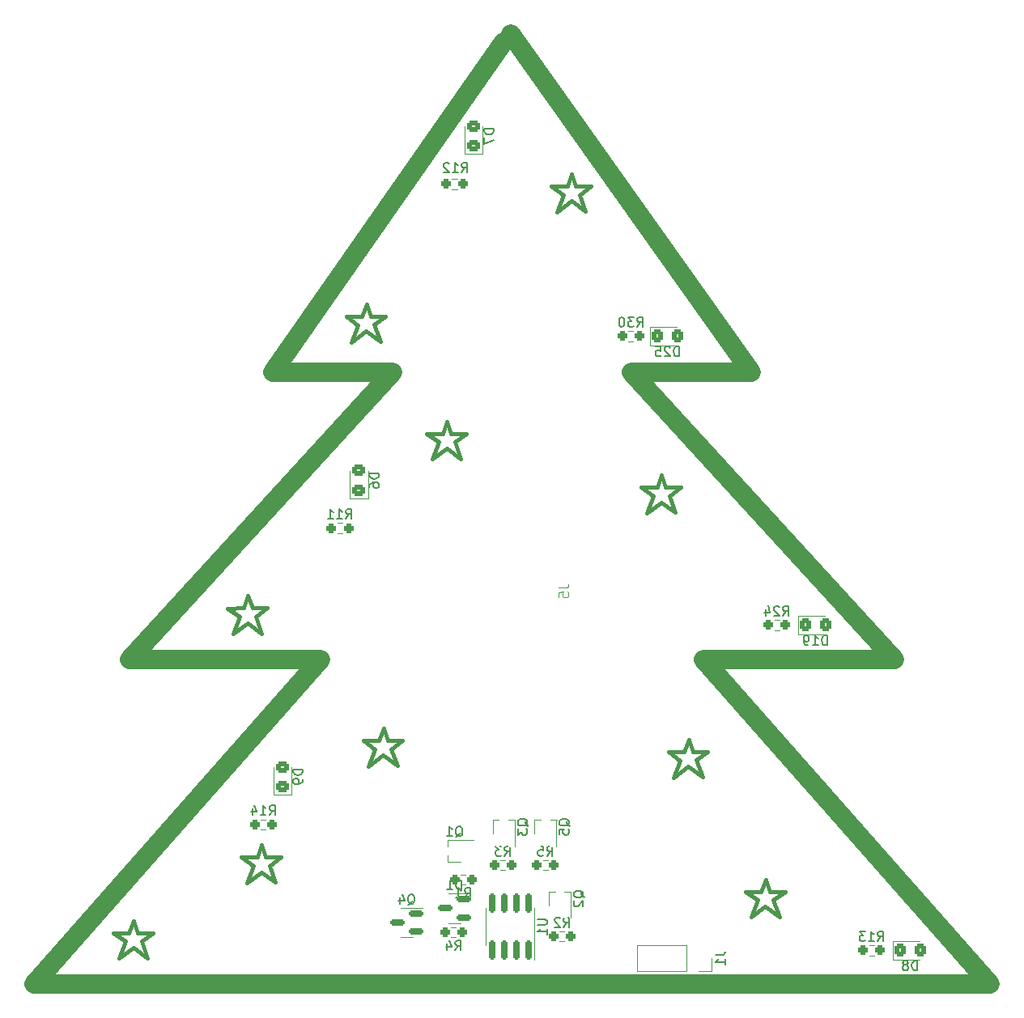
<source format=gbo>
%TF.GenerationSoftware,KiCad,Pcbnew,7.0.8*%
%TF.CreationDate,2024-03-10T12:53:15+01:00*%
%TF.ProjectId,PCB_Christmas_Tree,5043425f-4368-4726-9973-746d61735f54,rev?*%
%TF.SameCoordinates,Original*%
%TF.FileFunction,Legend,Bot*%
%TF.FilePolarity,Positive*%
%FSLAX46Y46*%
G04 Gerber Fmt 4.6, Leading zero omitted, Abs format (unit mm)*
G04 Created by KiCad (PCBNEW 7.0.8) date 2024-03-10 12:53:15*
%MOMM*%
%LPD*%
G01*
G04 APERTURE LIST*
G04 Aperture macros list*
%AMRoundRect*
0 Rectangle with rounded corners*
0 $1 Rounding radius*
0 $2 $3 $4 $5 $6 $7 $8 $9 X,Y pos of 4 corners*
0 Add a 4 corners polygon primitive as box body*
4,1,4,$2,$3,$4,$5,$6,$7,$8,$9,$2,$3,0*
0 Add four circle primitives for the rounded corners*
1,1,$1+$1,$2,$3*
1,1,$1+$1,$4,$5*
1,1,$1+$1,$6,$7*
1,1,$1+$1,$8,$9*
0 Add four rect primitives between the rounded corners*
20,1,$1+$1,$2,$3,$4,$5,0*
20,1,$1+$1,$4,$5,$6,$7,0*
20,1,$1+$1,$6,$7,$8,$9,0*
20,1,$1+$1,$8,$9,$2,$3,0*%
G04 Aperture macros list end*
%ADD10C,0.400000*%
%ADD11C,2.000000*%
%ADD12C,0.150000*%
%ADD13C,0.100000*%
%ADD14C,0.120000*%
%ADD15C,3.000000*%
%ADD16RoundRect,0.237500X0.250000X0.237500X-0.250000X0.237500X-0.250000X-0.237500X0.250000X-0.237500X0*%
%ADD17RoundRect,0.250000X-0.325000X-0.450000X0.325000X-0.450000X0.325000X0.450000X-0.325000X0.450000X0*%
%ADD18RoundRect,0.237500X-0.250000X-0.237500X0.250000X-0.237500X0.250000X0.237500X-0.250000X0.237500X0*%
%ADD19R,0.450000X1.500000*%
%ADD20RoundRect,0.250000X0.450000X-0.325000X0.450000X0.325000X-0.450000X0.325000X-0.450000X-0.325000X0*%
%ADD21R,1.500000X0.450000*%
%ADD22RoundRect,0.150000X0.587500X0.150000X-0.587500X0.150000X-0.587500X-0.150000X0.587500X-0.150000X0*%
%ADD23R,3.000000X2.000000*%
%ADD24R,1.700000X1.700000*%
%ADD25O,1.700000X1.700000*%
%ADD26RoundRect,0.150000X0.150000X-0.825000X0.150000X0.825000X-0.150000X0.825000X-0.150000X-0.825000X0*%
G04 APERTURE END LIST*
D10*
X122500000Y-133570000D02*
X120990000Y-134700000D01*
X113660000Y-89740000D02*
X112090000Y-89730000D01*
X102210000Y-59780000D02*
X103680000Y-60860000D01*
X70630000Y-129320000D02*
X71830000Y-128430000D01*
X111640000Y-88470000D02*
X112090000Y-89730000D01*
D11*
X76010000Y-107720000D02*
X46010000Y-141720000D01*
D10*
X54310000Y-136360000D02*
X55560000Y-137250000D01*
D11*
X146010000Y-141720000D02*
X46010000Y-141720000D01*
D10*
X112460000Y-90630000D02*
X113080000Y-92370000D01*
X81600000Y-72730000D02*
X82220000Y-74470000D01*
X83380000Y-117120000D02*
X84580000Y-116230000D01*
X114440000Y-118950000D02*
X112930000Y-120080000D01*
X68400000Y-101100000D02*
X67940000Y-102360000D01*
X102240000Y-56960000D02*
X101780000Y-58220000D01*
X71830000Y-128430000D02*
X70260000Y-128420000D01*
X87090000Y-84110000D02*
X88340000Y-85000000D01*
X113610000Y-118300000D02*
X112930000Y-120080000D01*
X102210000Y-59780000D02*
X100700000Y-60910000D01*
X80450000Y-116240000D02*
X82100000Y-116220000D01*
X116490000Y-117400000D02*
X114920000Y-117390000D01*
X55560000Y-137250000D02*
X54880000Y-139030000D01*
X110780000Y-90640000D02*
X110100000Y-92420000D01*
X82560000Y-114960000D02*
X83010000Y-116220000D01*
X67700000Y-128440000D02*
X68950000Y-129330000D01*
X69810000Y-127160000D02*
X70260000Y-128420000D01*
X89200000Y-82830000D02*
X89650000Y-84090000D01*
X104260000Y-58230000D02*
X102690000Y-58220000D01*
X101380000Y-59130000D02*
X100700000Y-60910000D01*
X67540000Y-103270000D02*
X66860000Y-105050000D01*
X102240000Y-56960000D02*
X102690000Y-58220000D01*
X70420000Y-102370000D02*
X68850000Y-102360000D01*
X109530000Y-89750000D02*
X110780000Y-90640000D01*
D11*
X116010000Y-107720000D02*
X146010000Y-141720000D01*
D10*
X111610000Y-91290000D02*
X110100000Y-92420000D01*
X66290000Y-102380000D02*
X67540000Y-103270000D01*
X89200000Y-82830000D02*
X88740000Y-84090000D01*
D11*
X108510000Y-77720000D02*
X121010000Y-77720000D01*
D10*
X66290000Y-102380000D02*
X67940000Y-102360000D01*
X81600000Y-72730000D02*
X82800000Y-71840000D01*
X114440000Y-118950000D02*
X115910000Y-120030000D01*
X90020000Y-84990000D02*
X91220000Y-84100000D01*
D11*
X136010000Y-107720000D02*
X116010000Y-107720000D01*
D10*
X109530000Y-89750000D02*
X111180000Y-89730000D01*
X122500000Y-133570000D02*
X123970000Y-134650000D01*
X115290000Y-118290000D02*
X115910000Y-120030000D01*
X122530000Y-130750000D02*
X122980000Y-132010000D01*
X70630000Y-129320000D02*
X71250000Y-131060000D01*
X100130000Y-58240000D02*
X101780000Y-58220000D01*
X69810000Y-127160000D02*
X69350000Y-128420000D01*
X69220000Y-103260000D02*
X69840000Y-105000000D01*
X103060000Y-59120000D02*
X103680000Y-60860000D01*
X87090000Y-84110000D02*
X88740000Y-84090000D01*
X80780000Y-70570000D02*
X81230000Y-71830000D01*
X81700000Y-117130000D02*
X81020000Y-118910000D01*
X68950000Y-129330000D02*
X68270000Y-131110000D01*
X89170000Y-85650000D02*
X87660000Y-86780000D01*
X57240000Y-137240000D02*
X58440000Y-136350000D01*
X112360000Y-117410000D02*
X113610000Y-118300000D01*
X68400000Y-101100000D02*
X68850000Y-102360000D01*
X80780000Y-70570000D02*
X80320000Y-71830000D01*
D11*
X71010000Y-77720000D02*
X83510000Y-77720000D01*
D10*
X91220000Y-84100000D02*
X89650000Y-84090000D01*
X122530000Y-130750000D02*
X122070000Y-132010000D01*
X112360000Y-117410000D02*
X114010000Y-117390000D01*
X112460000Y-90630000D02*
X113660000Y-89740000D01*
X111640000Y-88470000D02*
X111180000Y-89730000D01*
X82560000Y-114960000D02*
X82100000Y-116220000D01*
X123350000Y-132910000D02*
X124550000Y-132020000D01*
X67700000Y-128440000D02*
X69350000Y-128420000D01*
X68370000Y-103920000D02*
X66860000Y-105050000D01*
X123350000Y-132910000D02*
X123970000Y-134650000D01*
X57240000Y-137240000D02*
X57860000Y-138980000D01*
D11*
X95110000Y-43120000D02*
X71010000Y-77720000D01*
D10*
X82530000Y-117780000D02*
X84000000Y-118860000D01*
X89170000Y-85650000D02*
X90640000Y-86730000D01*
X69220000Y-103260000D02*
X70420000Y-102370000D01*
X78670000Y-71850000D02*
X79920000Y-72740000D01*
X80450000Y-116240000D02*
X81700000Y-117130000D01*
X82530000Y-117780000D02*
X81020000Y-118910000D01*
D11*
X95902000Y-42287000D02*
X121010000Y-77720000D01*
D10*
X80750000Y-73390000D02*
X79240000Y-74520000D01*
X124550000Y-132020000D02*
X122980000Y-132010000D01*
X69780000Y-129980000D02*
X71250000Y-131060000D01*
D11*
X76010000Y-107720000D02*
X56010000Y-107720000D01*
D10*
X83380000Y-117120000D02*
X84000000Y-118860000D01*
X78670000Y-71850000D02*
X80320000Y-71830000D01*
X88340000Y-85000000D02*
X87660000Y-86780000D01*
X84580000Y-116230000D02*
X83010000Y-116220000D01*
X120420000Y-132030000D02*
X122070000Y-132010000D01*
X82800000Y-71840000D02*
X81230000Y-71830000D01*
X114470000Y-116130000D02*
X114010000Y-117390000D01*
X58440000Y-136350000D02*
X56870000Y-136340000D01*
X69780000Y-129980000D02*
X68270000Y-131110000D01*
D11*
X83510000Y-77720000D02*
X56010000Y-107720000D01*
D10*
X115290000Y-118290000D02*
X116490000Y-117400000D01*
X100130000Y-58240000D02*
X101380000Y-59130000D01*
X54310000Y-136360000D02*
X55960000Y-136340000D01*
X111610000Y-91290000D02*
X113080000Y-92370000D01*
X114470000Y-116130000D02*
X114920000Y-117390000D01*
X68370000Y-103920000D02*
X69840000Y-105000000D01*
D11*
X108510000Y-77720000D02*
X136010000Y-107720000D01*
D10*
X121670000Y-132920000D02*
X120990000Y-134700000D01*
X120420000Y-132030000D02*
X121670000Y-132920000D01*
X103060000Y-59120000D02*
X104260000Y-58230000D01*
X80750000Y-73390000D02*
X82220000Y-74470000D01*
X56420000Y-135080000D02*
X56870000Y-136340000D01*
X56390000Y-137900000D02*
X57860000Y-138980000D01*
X56390000Y-137900000D02*
X54880000Y-139030000D01*
X90020000Y-84990000D02*
X90640000Y-86730000D01*
X56420000Y-135080000D02*
X55960000Y-136340000D01*
X79920000Y-72740000D02*
X79240000Y-74520000D01*
D12*
X70642857Y-124024819D02*
X70976190Y-123548628D01*
X71214285Y-124024819D02*
X71214285Y-123024819D01*
X71214285Y-123024819D02*
X70833333Y-123024819D01*
X70833333Y-123024819D02*
X70738095Y-123072438D01*
X70738095Y-123072438D02*
X70690476Y-123120057D01*
X70690476Y-123120057D02*
X70642857Y-123215295D01*
X70642857Y-123215295D02*
X70642857Y-123358152D01*
X70642857Y-123358152D02*
X70690476Y-123453390D01*
X70690476Y-123453390D02*
X70738095Y-123501009D01*
X70738095Y-123501009D02*
X70833333Y-123548628D01*
X70833333Y-123548628D02*
X71214285Y-123548628D01*
X69690476Y-124024819D02*
X70261904Y-124024819D01*
X69976190Y-124024819D02*
X69976190Y-123024819D01*
X69976190Y-123024819D02*
X70071428Y-123167676D01*
X70071428Y-123167676D02*
X70166666Y-123262914D01*
X70166666Y-123262914D02*
X70261904Y-123310533D01*
X68833333Y-123358152D02*
X68833333Y-124024819D01*
X69071428Y-122977200D02*
X69309523Y-123691485D01*
X69309523Y-123691485D02*
X68690476Y-123691485D01*
X128976285Y-106244819D02*
X128976285Y-105244819D01*
X128976285Y-105244819D02*
X128738190Y-105244819D01*
X128738190Y-105244819D02*
X128595333Y-105292438D01*
X128595333Y-105292438D02*
X128500095Y-105387676D01*
X128500095Y-105387676D02*
X128452476Y-105482914D01*
X128452476Y-105482914D02*
X128404857Y-105673390D01*
X128404857Y-105673390D02*
X128404857Y-105816247D01*
X128404857Y-105816247D02*
X128452476Y-106006723D01*
X128452476Y-106006723D02*
X128500095Y-106101961D01*
X128500095Y-106101961D02*
X128595333Y-106197200D01*
X128595333Y-106197200D02*
X128738190Y-106244819D01*
X128738190Y-106244819D02*
X128976285Y-106244819D01*
X127452476Y-106244819D02*
X128023904Y-106244819D01*
X127738190Y-106244819D02*
X127738190Y-105244819D01*
X127738190Y-105244819D02*
X127833428Y-105387676D01*
X127833428Y-105387676D02*
X127928666Y-105482914D01*
X127928666Y-105482914D02*
X128023904Y-105530533D01*
X126976285Y-106244819D02*
X126785809Y-106244819D01*
X126785809Y-106244819D02*
X126690571Y-106197200D01*
X126690571Y-106197200D02*
X126642952Y-106149580D01*
X126642952Y-106149580D02*
X126547714Y-106006723D01*
X126547714Y-106006723D02*
X126500095Y-105816247D01*
X126500095Y-105816247D02*
X126500095Y-105435295D01*
X126500095Y-105435295D02*
X126547714Y-105340057D01*
X126547714Y-105340057D02*
X126595333Y-105292438D01*
X126595333Y-105292438D02*
X126690571Y-105244819D01*
X126690571Y-105244819D02*
X126881047Y-105244819D01*
X126881047Y-105244819D02*
X126976285Y-105292438D01*
X126976285Y-105292438D02*
X127023904Y-105340057D01*
X127023904Y-105340057D02*
X127071523Y-105435295D01*
X127071523Y-105435295D02*
X127071523Y-105673390D01*
X127071523Y-105673390D02*
X127023904Y-105768628D01*
X127023904Y-105768628D02*
X126976285Y-105816247D01*
X126976285Y-105816247D02*
X126881047Y-105863866D01*
X126881047Y-105863866D02*
X126690571Y-105863866D01*
X126690571Y-105863866D02*
X126595333Y-105816247D01*
X126595333Y-105816247D02*
X126547714Y-105768628D01*
X126547714Y-105768628D02*
X126500095Y-105673390D01*
X78642857Y-93024819D02*
X78976190Y-92548628D01*
X79214285Y-93024819D02*
X79214285Y-92024819D01*
X79214285Y-92024819D02*
X78833333Y-92024819D01*
X78833333Y-92024819D02*
X78738095Y-92072438D01*
X78738095Y-92072438D02*
X78690476Y-92120057D01*
X78690476Y-92120057D02*
X78642857Y-92215295D01*
X78642857Y-92215295D02*
X78642857Y-92358152D01*
X78642857Y-92358152D02*
X78690476Y-92453390D01*
X78690476Y-92453390D02*
X78738095Y-92501009D01*
X78738095Y-92501009D02*
X78833333Y-92548628D01*
X78833333Y-92548628D02*
X79214285Y-92548628D01*
X77690476Y-93024819D02*
X78261904Y-93024819D01*
X77976190Y-93024819D02*
X77976190Y-92024819D01*
X77976190Y-92024819D02*
X78071428Y-92167676D01*
X78071428Y-92167676D02*
X78166666Y-92262914D01*
X78166666Y-92262914D02*
X78261904Y-92310533D01*
X76738095Y-93024819D02*
X77309523Y-93024819D01*
X77023809Y-93024819D02*
X77023809Y-92024819D01*
X77023809Y-92024819D02*
X77119047Y-92167676D01*
X77119047Y-92167676D02*
X77214285Y-92262914D01*
X77214285Y-92262914D02*
X77309523Y-92310533D01*
X90079166Y-138155819D02*
X90412499Y-137679628D01*
X90650594Y-138155819D02*
X90650594Y-137155819D01*
X90650594Y-137155819D02*
X90269642Y-137155819D01*
X90269642Y-137155819D02*
X90174404Y-137203438D01*
X90174404Y-137203438D02*
X90126785Y-137251057D01*
X90126785Y-137251057D02*
X90079166Y-137346295D01*
X90079166Y-137346295D02*
X90079166Y-137489152D01*
X90079166Y-137489152D02*
X90126785Y-137584390D01*
X90126785Y-137584390D02*
X90174404Y-137632009D01*
X90174404Y-137632009D02*
X90269642Y-137679628D01*
X90269642Y-137679628D02*
X90650594Y-137679628D01*
X89222023Y-137489152D02*
X89222023Y-138155819D01*
X89460118Y-137108200D02*
X89698213Y-137822485D01*
X89698213Y-137822485D02*
X89079166Y-137822485D01*
X102050057Y-125175761D02*
X102002438Y-125080523D01*
X102002438Y-125080523D02*
X101907200Y-124985285D01*
X101907200Y-124985285D02*
X101764342Y-124842428D01*
X101764342Y-124842428D02*
X101716723Y-124747190D01*
X101716723Y-124747190D02*
X101716723Y-124651952D01*
X101954819Y-124699571D02*
X101907200Y-124604333D01*
X101907200Y-124604333D02*
X101811961Y-124509095D01*
X101811961Y-124509095D02*
X101621485Y-124461476D01*
X101621485Y-124461476D02*
X101288152Y-124461476D01*
X101288152Y-124461476D02*
X101097676Y-124509095D01*
X101097676Y-124509095D02*
X101002438Y-124604333D01*
X101002438Y-124604333D02*
X100954819Y-124699571D01*
X100954819Y-124699571D02*
X100954819Y-124890047D01*
X100954819Y-124890047D02*
X101002438Y-124985285D01*
X101002438Y-124985285D02*
X101097676Y-125080523D01*
X101097676Y-125080523D02*
X101288152Y-125128142D01*
X101288152Y-125128142D02*
X101621485Y-125128142D01*
X101621485Y-125128142D02*
X101811961Y-125080523D01*
X101811961Y-125080523D02*
X101907200Y-124985285D01*
X101907200Y-124985285D02*
X101954819Y-124890047D01*
X101954819Y-124890047D02*
X101954819Y-124699571D01*
X100954819Y-126032904D02*
X100954819Y-125556714D01*
X100954819Y-125556714D02*
X101431009Y-125509095D01*
X101431009Y-125509095D02*
X101383390Y-125556714D01*
X101383390Y-125556714D02*
X101335771Y-125651952D01*
X101335771Y-125651952D02*
X101335771Y-125890047D01*
X101335771Y-125890047D02*
X101383390Y-125985285D01*
X101383390Y-125985285D02*
X101431009Y-126032904D01*
X101431009Y-126032904D02*
X101526247Y-126080523D01*
X101526247Y-126080523D02*
X101764342Y-126080523D01*
X101764342Y-126080523D02*
X101859580Y-126032904D01*
X101859580Y-126032904D02*
X101907200Y-125985285D01*
X101907200Y-125985285D02*
X101954819Y-125890047D01*
X101954819Y-125890047D02*
X101954819Y-125651952D01*
X101954819Y-125651952D02*
X101907200Y-125556714D01*
X101907200Y-125556714D02*
X101859580Y-125509095D01*
X95240666Y-128295819D02*
X95573999Y-127819628D01*
X95812094Y-128295819D02*
X95812094Y-127295819D01*
X95812094Y-127295819D02*
X95431142Y-127295819D01*
X95431142Y-127295819D02*
X95335904Y-127343438D01*
X95335904Y-127343438D02*
X95288285Y-127391057D01*
X95288285Y-127391057D02*
X95240666Y-127486295D01*
X95240666Y-127486295D02*
X95240666Y-127629152D01*
X95240666Y-127629152D02*
X95288285Y-127724390D01*
X95288285Y-127724390D02*
X95335904Y-127772009D01*
X95335904Y-127772009D02*
X95431142Y-127819628D01*
X95431142Y-127819628D02*
X95812094Y-127819628D01*
X94907332Y-127295819D02*
X94288285Y-127295819D01*
X94288285Y-127295819D02*
X94621618Y-127676771D01*
X94621618Y-127676771D02*
X94478761Y-127676771D01*
X94478761Y-127676771D02*
X94383523Y-127724390D01*
X94383523Y-127724390D02*
X94335904Y-127772009D01*
X94335904Y-127772009D02*
X94288285Y-127867247D01*
X94288285Y-127867247D02*
X94288285Y-128105342D01*
X94288285Y-128105342D02*
X94335904Y-128200580D01*
X94335904Y-128200580D02*
X94383523Y-128248200D01*
X94383523Y-128248200D02*
X94478761Y-128295819D01*
X94478761Y-128295819D02*
X94764475Y-128295819D01*
X94764475Y-128295819D02*
X94859713Y-128248200D01*
X94859713Y-128248200D02*
X94907332Y-128200580D01*
X82104819Y-88261905D02*
X81104819Y-88261905D01*
X81104819Y-88261905D02*
X81104819Y-88500000D01*
X81104819Y-88500000D02*
X81152438Y-88642857D01*
X81152438Y-88642857D02*
X81247676Y-88738095D01*
X81247676Y-88738095D02*
X81342914Y-88785714D01*
X81342914Y-88785714D02*
X81533390Y-88833333D01*
X81533390Y-88833333D02*
X81676247Y-88833333D01*
X81676247Y-88833333D02*
X81866723Y-88785714D01*
X81866723Y-88785714D02*
X81961961Y-88738095D01*
X81961961Y-88738095D02*
X82057200Y-88642857D01*
X82057200Y-88642857D02*
X82104819Y-88500000D01*
X82104819Y-88500000D02*
X82104819Y-88261905D01*
X81104819Y-89690476D02*
X81104819Y-89500000D01*
X81104819Y-89500000D02*
X81152438Y-89404762D01*
X81152438Y-89404762D02*
X81200057Y-89357143D01*
X81200057Y-89357143D02*
X81342914Y-89261905D01*
X81342914Y-89261905D02*
X81533390Y-89214286D01*
X81533390Y-89214286D02*
X81914342Y-89214286D01*
X81914342Y-89214286D02*
X82009580Y-89261905D01*
X82009580Y-89261905D02*
X82057200Y-89309524D01*
X82057200Y-89309524D02*
X82104819Y-89404762D01*
X82104819Y-89404762D02*
X82104819Y-89595238D01*
X82104819Y-89595238D02*
X82057200Y-89690476D01*
X82057200Y-89690476D02*
X82009580Y-89738095D01*
X82009580Y-89738095D02*
X81914342Y-89785714D01*
X81914342Y-89785714D02*
X81676247Y-89785714D01*
X81676247Y-89785714D02*
X81581009Y-89738095D01*
X81581009Y-89738095D02*
X81533390Y-89690476D01*
X81533390Y-89690476D02*
X81485771Y-89595238D01*
X81485771Y-89595238D02*
X81485771Y-89404762D01*
X81485771Y-89404762D02*
X81533390Y-89309524D01*
X81533390Y-89309524D02*
X81581009Y-89261905D01*
X81581009Y-89261905D02*
X81676247Y-89214286D01*
X90095238Y-126321057D02*
X90190476Y-126273438D01*
X90190476Y-126273438D02*
X90285714Y-126178200D01*
X90285714Y-126178200D02*
X90428571Y-126035342D01*
X90428571Y-126035342D02*
X90523809Y-125987723D01*
X90523809Y-125987723D02*
X90619047Y-125987723D01*
X90571428Y-126225819D02*
X90666666Y-126178200D01*
X90666666Y-126178200D02*
X90761904Y-126082961D01*
X90761904Y-126082961D02*
X90809523Y-125892485D01*
X90809523Y-125892485D02*
X90809523Y-125559152D01*
X90809523Y-125559152D02*
X90761904Y-125368676D01*
X90761904Y-125368676D02*
X90666666Y-125273438D01*
X90666666Y-125273438D02*
X90571428Y-125225819D01*
X90571428Y-125225819D02*
X90380952Y-125225819D01*
X90380952Y-125225819D02*
X90285714Y-125273438D01*
X90285714Y-125273438D02*
X90190476Y-125368676D01*
X90190476Y-125368676D02*
X90142857Y-125559152D01*
X90142857Y-125559152D02*
X90142857Y-125892485D01*
X90142857Y-125892485D02*
X90190476Y-126082961D01*
X90190476Y-126082961D02*
X90285714Y-126178200D01*
X90285714Y-126178200D02*
X90380952Y-126225819D01*
X90380952Y-126225819D02*
X90571428Y-126225819D01*
X89190476Y-126225819D02*
X89761904Y-126225819D01*
X89476190Y-126225819D02*
X89476190Y-125225819D01*
X89476190Y-125225819D02*
X89571428Y-125368676D01*
X89571428Y-125368676D02*
X89666666Y-125463914D01*
X89666666Y-125463914D02*
X89761904Y-125511533D01*
X85095238Y-133421057D02*
X85190476Y-133373438D01*
X85190476Y-133373438D02*
X85285714Y-133278200D01*
X85285714Y-133278200D02*
X85428571Y-133135342D01*
X85428571Y-133135342D02*
X85523809Y-133087723D01*
X85523809Y-133087723D02*
X85619047Y-133087723D01*
X85571428Y-133325819D02*
X85666666Y-133278200D01*
X85666666Y-133278200D02*
X85761904Y-133182961D01*
X85761904Y-133182961D02*
X85809523Y-132992485D01*
X85809523Y-132992485D02*
X85809523Y-132659152D01*
X85809523Y-132659152D02*
X85761904Y-132468676D01*
X85761904Y-132468676D02*
X85666666Y-132373438D01*
X85666666Y-132373438D02*
X85571428Y-132325819D01*
X85571428Y-132325819D02*
X85380952Y-132325819D01*
X85380952Y-132325819D02*
X85285714Y-132373438D01*
X85285714Y-132373438D02*
X85190476Y-132468676D01*
X85190476Y-132468676D02*
X85142857Y-132659152D01*
X85142857Y-132659152D02*
X85142857Y-132992485D01*
X85142857Y-132992485D02*
X85190476Y-133182961D01*
X85190476Y-133182961D02*
X85285714Y-133278200D01*
X85285714Y-133278200D02*
X85380952Y-133325819D01*
X85380952Y-133325819D02*
X85571428Y-133325819D01*
X84285714Y-132659152D02*
X84285714Y-133325819D01*
X84523809Y-132278200D02*
X84761904Y-132992485D01*
X84761904Y-132992485D02*
X84142857Y-132992485D01*
X91079166Y-132655819D02*
X91412499Y-132179628D01*
X91650594Y-132655819D02*
X91650594Y-131655819D01*
X91650594Y-131655819D02*
X91269642Y-131655819D01*
X91269642Y-131655819D02*
X91174404Y-131703438D01*
X91174404Y-131703438D02*
X91126785Y-131751057D01*
X91126785Y-131751057D02*
X91079166Y-131846295D01*
X91079166Y-131846295D02*
X91079166Y-131989152D01*
X91079166Y-131989152D02*
X91126785Y-132084390D01*
X91126785Y-132084390D02*
X91174404Y-132132009D01*
X91174404Y-132132009D02*
X91269642Y-132179628D01*
X91269642Y-132179628D02*
X91650594Y-132179628D01*
X90126785Y-132655819D02*
X90698213Y-132655819D01*
X90412499Y-132655819D02*
X90412499Y-131655819D01*
X90412499Y-131655819D02*
X90507737Y-131798676D01*
X90507737Y-131798676D02*
X90602975Y-131893914D01*
X90602975Y-131893914D02*
X90698213Y-131941533D01*
X124340857Y-103164819D02*
X124674190Y-102688628D01*
X124912285Y-103164819D02*
X124912285Y-102164819D01*
X124912285Y-102164819D02*
X124531333Y-102164819D01*
X124531333Y-102164819D02*
X124436095Y-102212438D01*
X124436095Y-102212438D02*
X124388476Y-102260057D01*
X124388476Y-102260057D02*
X124340857Y-102355295D01*
X124340857Y-102355295D02*
X124340857Y-102498152D01*
X124340857Y-102498152D02*
X124388476Y-102593390D01*
X124388476Y-102593390D02*
X124436095Y-102641009D01*
X124436095Y-102641009D02*
X124531333Y-102688628D01*
X124531333Y-102688628D02*
X124912285Y-102688628D01*
X123959904Y-102260057D02*
X123912285Y-102212438D01*
X123912285Y-102212438D02*
X123817047Y-102164819D01*
X123817047Y-102164819D02*
X123578952Y-102164819D01*
X123578952Y-102164819D02*
X123483714Y-102212438D01*
X123483714Y-102212438D02*
X123436095Y-102260057D01*
X123436095Y-102260057D02*
X123388476Y-102355295D01*
X123388476Y-102355295D02*
X123388476Y-102450533D01*
X123388476Y-102450533D02*
X123436095Y-102593390D01*
X123436095Y-102593390D02*
X124007523Y-103164819D01*
X124007523Y-103164819D02*
X123388476Y-103164819D01*
X122531333Y-102498152D02*
X122531333Y-103164819D01*
X122769428Y-102117200D02*
X123007523Y-102831485D01*
X123007523Y-102831485D02*
X122388476Y-102831485D01*
X90738094Y-131825819D02*
X90738094Y-130825819D01*
X90738094Y-130825819D02*
X90499999Y-130825819D01*
X90499999Y-130825819D02*
X90357142Y-130873438D01*
X90357142Y-130873438D02*
X90261904Y-130968676D01*
X90261904Y-130968676D02*
X90214285Y-131063914D01*
X90214285Y-131063914D02*
X90166666Y-131254390D01*
X90166666Y-131254390D02*
X90166666Y-131397247D01*
X90166666Y-131397247D02*
X90214285Y-131587723D01*
X90214285Y-131587723D02*
X90261904Y-131682961D01*
X90261904Y-131682961D02*
X90357142Y-131778200D01*
X90357142Y-131778200D02*
X90499999Y-131825819D01*
X90499999Y-131825819D02*
X90738094Y-131825819D01*
X89214285Y-131825819D02*
X89785713Y-131825819D01*
X89499999Y-131825819D02*
X89499999Y-130825819D01*
X89499999Y-130825819D02*
X89595237Y-130968676D01*
X89595237Y-130968676D02*
X89690475Y-131063914D01*
X89690475Y-131063914D02*
X89785713Y-131111533D01*
X90746357Y-56766819D02*
X91079690Y-56290628D01*
X91317785Y-56766819D02*
X91317785Y-55766819D01*
X91317785Y-55766819D02*
X90936833Y-55766819D01*
X90936833Y-55766819D02*
X90841595Y-55814438D01*
X90841595Y-55814438D02*
X90793976Y-55862057D01*
X90793976Y-55862057D02*
X90746357Y-55957295D01*
X90746357Y-55957295D02*
X90746357Y-56100152D01*
X90746357Y-56100152D02*
X90793976Y-56195390D01*
X90793976Y-56195390D02*
X90841595Y-56243009D01*
X90841595Y-56243009D02*
X90936833Y-56290628D01*
X90936833Y-56290628D02*
X91317785Y-56290628D01*
X89793976Y-56766819D02*
X90365404Y-56766819D01*
X90079690Y-56766819D02*
X90079690Y-55766819D01*
X90079690Y-55766819D02*
X90174928Y-55909676D01*
X90174928Y-55909676D02*
X90270166Y-56004914D01*
X90270166Y-56004914D02*
X90365404Y-56052533D01*
X89413023Y-55862057D02*
X89365404Y-55814438D01*
X89365404Y-55814438D02*
X89270166Y-55766819D01*
X89270166Y-55766819D02*
X89032071Y-55766819D01*
X89032071Y-55766819D02*
X88936833Y-55814438D01*
X88936833Y-55814438D02*
X88889214Y-55862057D01*
X88889214Y-55862057D02*
X88841595Y-55957295D01*
X88841595Y-55957295D02*
X88841595Y-56052533D01*
X88841595Y-56052533D02*
X88889214Y-56195390D01*
X88889214Y-56195390D02*
X89460642Y-56766819D01*
X89460642Y-56766819D02*
X88841595Y-56766819D01*
D13*
X100905419Y-100244666D02*
X101619704Y-100244666D01*
X101619704Y-100244666D02*
X101762561Y-100197047D01*
X101762561Y-100197047D02*
X101857800Y-100101809D01*
X101857800Y-100101809D02*
X101905419Y-99958952D01*
X101905419Y-99958952D02*
X101905419Y-99863714D01*
X100905419Y-101197047D02*
X100905419Y-100720857D01*
X100905419Y-100720857D02*
X101381609Y-100673238D01*
X101381609Y-100673238D02*
X101333990Y-100720857D01*
X101333990Y-100720857D02*
X101286371Y-100816095D01*
X101286371Y-100816095D02*
X101286371Y-101054190D01*
X101286371Y-101054190D02*
X101333990Y-101149428D01*
X101333990Y-101149428D02*
X101381609Y-101197047D01*
X101381609Y-101197047D02*
X101476847Y-101244666D01*
X101476847Y-101244666D02*
X101714942Y-101244666D01*
X101714942Y-101244666D02*
X101810180Y-101197047D01*
X101810180Y-101197047D02*
X101857800Y-101149428D01*
X101857800Y-101149428D02*
X101905419Y-101054190D01*
X101905419Y-101054190D02*
X101905419Y-100816095D01*
X101905419Y-100816095D02*
X101857800Y-100720857D01*
X101857800Y-100720857D02*
X101810180Y-100673238D01*
D12*
X74104819Y-119261905D02*
X73104819Y-119261905D01*
X73104819Y-119261905D02*
X73104819Y-119500000D01*
X73104819Y-119500000D02*
X73152438Y-119642857D01*
X73152438Y-119642857D02*
X73247676Y-119738095D01*
X73247676Y-119738095D02*
X73342914Y-119785714D01*
X73342914Y-119785714D02*
X73533390Y-119833333D01*
X73533390Y-119833333D02*
X73676247Y-119833333D01*
X73676247Y-119833333D02*
X73866723Y-119785714D01*
X73866723Y-119785714D02*
X73961961Y-119738095D01*
X73961961Y-119738095D02*
X74057200Y-119642857D01*
X74057200Y-119642857D02*
X74104819Y-119500000D01*
X74104819Y-119500000D02*
X74104819Y-119261905D01*
X74104819Y-120309524D02*
X74104819Y-120500000D01*
X74104819Y-120500000D02*
X74057200Y-120595238D01*
X74057200Y-120595238D02*
X74009580Y-120642857D01*
X74009580Y-120642857D02*
X73866723Y-120738095D01*
X73866723Y-120738095D02*
X73676247Y-120785714D01*
X73676247Y-120785714D02*
X73295295Y-120785714D01*
X73295295Y-120785714D02*
X73200057Y-120738095D01*
X73200057Y-120738095D02*
X73152438Y-120690476D01*
X73152438Y-120690476D02*
X73104819Y-120595238D01*
X73104819Y-120595238D02*
X73104819Y-120404762D01*
X73104819Y-120404762D02*
X73152438Y-120309524D01*
X73152438Y-120309524D02*
X73200057Y-120261905D01*
X73200057Y-120261905D02*
X73295295Y-120214286D01*
X73295295Y-120214286D02*
X73533390Y-120214286D01*
X73533390Y-120214286D02*
X73628628Y-120261905D01*
X73628628Y-120261905D02*
X73676247Y-120309524D01*
X73676247Y-120309524D02*
X73723866Y-120404762D01*
X73723866Y-120404762D02*
X73723866Y-120595238D01*
X73723866Y-120595238D02*
X73676247Y-120690476D01*
X73676247Y-120690476D02*
X73628628Y-120738095D01*
X73628628Y-120738095D02*
X73533390Y-120785714D01*
X117309819Y-138666666D02*
X118024104Y-138666666D01*
X118024104Y-138666666D02*
X118166961Y-138619047D01*
X118166961Y-138619047D02*
X118262200Y-138523809D01*
X118262200Y-138523809D02*
X118309819Y-138380952D01*
X118309819Y-138380952D02*
X118309819Y-138285714D01*
X118309819Y-139666666D02*
X118309819Y-139095238D01*
X118309819Y-139380952D02*
X117309819Y-139380952D01*
X117309819Y-139380952D02*
X117452676Y-139285714D01*
X117452676Y-139285714D02*
X117547914Y-139190476D01*
X117547914Y-139190476D02*
X117595533Y-139095238D01*
X94104819Y-52236905D02*
X93104819Y-52236905D01*
X93104819Y-52236905D02*
X93104819Y-52475000D01*
X93104819Y-52475000D02*
X93152438Y-52617857D01*
X93152438Y-52617857D02*
X93247676Y-52713095D01*
X93247676Y-52713095D02*
X93342914Y-52760714D01*
X93342914Y-52760714D02*
X93533390Y-52808333D01*
X93533390Y-52808333D02*
X93676247Y-52808333D01*
X93676247Y-52808333D02*
X93866723Y-52760714D01*
X93866723Y-52760714D02*
X93961961Y-52713095D01*
X93961961Y-52713095D02*
X94057200Y-52617857D01*
X94057200Y-52617857D02*
X94104819Y-52475000D01*
X94104819Y-52475000D02*
X94104819Y-52236905D01*
X93104819Y-53141667D02*
X93104819Y-53808333D01*
X93104819Y-53808333D02*
X94104819Y-53379762D01*
X103550057Y-132675761D02*
X103502438Y-132580523D01*
X103502438Y-132580523D02*
X103407200Y-132485285D01*
X103407200Y-132485285D02*
X103264342Y-132342428D01*
X103264342Y-132342428D02*
X103216723Y-132247190D01*
X103216723Y-132247190D02*
X103216723Y-132151952D01*
X103454819Y-132199571D02*
X103407200Y-132104333D01*
X103407200Y-132104333D02*
X103311961Y-132009095D01*
X103311961Y-132009095D02*
X103121485Y-131961476D01*
X103121485Y-131961476D02*
X102788152Y-131961476D01*
X102788152Y-131961476D02*
X102597676Y-132009095D01*
X102597676Y-132009095D02*
X102502438Y-132104333D01*
X102502438Y-132104333D02*
X102454819Y-132199571D01*
X102454819Y-132199571D02*
X102454819Y-132390047D01*
X102454819Y-132390047D02*
X102502438Y-132485285D01*
X102502438Y-132485285D02*
X102597676Y-132580523D01*
X102597676Y-132580523D02*
X102788152Y-132628142D01*
X102788152Y-132628142D02*
X103121485Y-132628142D01*
X103121485Y-132628142D02*
X103311961Y-132580523D01*
X103311961Y-132580523D02*
X103407200Y-132485285D01*
X103407200Y-132485285D02*
X103454819Y-132390047D01*
X103454819Y-132390047D02*
X103454819Y-132199571D01*
X102550057Y-133009095D02*
X102502438Y-133056714D01*
X102502438Y-133056714D02*
X102454819Y-133151952D01*
X102454819Y-133151952D02*
X102454819Y-133390047D01*
X102454819Y-133390047D02*
X102502438Y-133485285D01*
X102502438Y-133485285D02*
X102550057Y-133532904D01*
X102550057Y-133532904D02*
X102645295Y-133580523D01*
X102645295Y-133580523D02*
X102740533Y-133580523D01*
X102740533Y-133580523D02*
X102883390Y-133532904D01*
X102883390Y-133532904D02*
X103454819Y-132961476D01*
X103454819Y-132961476D02*
X103454819Y-133580523D01*
X138406094Y-140280819D02*
X138406094Y-139280819D01*
X138406094Y-139280819D02*
X138167999Y-139280819D01*
X138167999Y-139280819D02*
X138025142Y-139328438D01*
X138025142Y-139328438D02*
X137929904Y-139423676D01*
X137929904Y-139423676D02*
X137882285Y-139518914D01*
X137882285Y-139518914D02*
X137834666Y-139709390D01*
X137834666Y-139709390D02*
X137834666Y-139852247D01*
X137834666Y-139852247D02*
X137882285Y-140042723D01*
X137882285Y-140042723D02*
X137929904Y-140137961D01*
X137929904Y-140137961D02*
X138025142Y-140233200D01*
X138025142Y-140233200D02*
X138167999Y-140280819D01*
X138167999Y-140280819D02*
X138406094Y-140280819D01*
X137263237Y-139709390D02*
X137358475Y-139661771D01*
X137358475Y-139661771D02*
X137406094Y-139614152D01*
X137406094Y-139614152D02*
X137453713Y-139518914D01*
X137453713Y-139518914D02*
X137453713Y-139471295D01*
X137453713Y-139471295D02*
X137406094Y-139376057D01*
X137406094Y-139376057D02*
X137358475Y-139328438D01*
X137358475Y-139328438D02*
X137263237Y-139280819D01*
X137263237Y-139280819D02*
X137072761Y-139280819D01*
X137072761Y-139280819D02*
X136977523Y-139328438D01*
X136977523Y-139328438D02*
X136929904Y-139376057D01*
X136929904Y-139376057D02*
X136882285Y-139471295D01*
X136882285Y-139471295D02*
X136882285Y-139518914D01*
X136882285Y-139518914D02*
X136929904Y-139614152D01*
X136929904Y-139614152D02*
X136977523Y-139661771D01*
X136977523Y-139661771D02*
X137072761Y-139709390D01*
X137072761Y-139709390D02*
X137263237Y-139709390D01*
X137263237Y-139709390D02*
X137358475Y-139757009D01*
X137358475Y-139757009D02*
X137406094Y-139804628D01*
X137406094Y-139804628D02*
X137453713Y-139899866D01*
X137453713Y-139899866D02*
X137453713Y-140090342D01*
X137453713Y-140090342D02*
X137406094Y-140185580D01*
X137406094Y-140185580D02*
X137358475Y-140233200D01*
X137358475Y-140233200D02*
X137263237Y-140280819D01*
X137263237Y-140280819D02*
X137072761Y-140280819D01*
X137072761Y-140280819D02*
X136977523Y-140233200D01*
X136977523Y-140233200D02*
X136929904Y-140185580D01*
X136929904Y-140185580D02*
X136882285Y-140090342D01*
X136882285Y-140090342D02*
X136882285Y-139899866D01*
X136882285Y-139899866D02*
X136929904Y-139804628D01*
X136929904Y-139804628D02*
X136977523Y-139757009D01*
X136977523Y-139757009D02*
X137072761Y-139709390D01*
X101420666Y-135751819D02*
X101753999Y-135275628D01*
X101992094Y-135751819D02*
X101992094Y-134751819D01*
X101992094Y-134751819D02*
X101611142Y-134751819D01*
X101611142Y-134751819D02*
X101515904Y-134799438D01*
X101515904Y-134799438D02*
X101468285Y-134847057D01*
X101468285Y-134847057D02*
X101420666Y-134942295D01*
X101420666Y-134942295D02*
X101420666Y-135085152D01*
X101420666Y-135085152D02*
X101468285Y-135180390D01*
X101468285Y-135180390D02*
X101515904Y-135228009D01*
X101515904Y-135228009D02*
X101611142Y-135275628D01*
X101611142Y-135275628D02*
X101992094Y-135275628D01*
X101039713Y-134847057D02*
X100992094Y-134799438D01*
X100992094Y-134799438D02*
X100896856Y-134751819D01*
X100896856Y-134751819D02*
X100658761Y-134751819D01*
X100658761Y-134751819D02*
X100563523Y-134799438D01*
X100563523Y-134799438D02*
X100515904Y-134847057D01*
X100515904Y-134847057D02*
X100468285Y-134942295D01*
X100468285Y-134942295D02*
X100468285Y-135037533D01*
X100468285Y-135037533D02*
X100515904Y-135180390D01*
X100515904Y-135180390D02*
X101087332Y-135751819D01*
X101087332Y-135751819D02*
X100468285Y-135751819D01*
X134246857Y-137200819D02*
X134580190Y-136724628D01*
X134818285Y-137200819D02*
X134818285Y-136200819D01*
X134818285Y-136200819D02*
X134437333Y-136200819D01*
X134437333Y-136200819D02*
X134342095Y-136248438D01*
X134342095Y-136248438D02*
X134294476Y-136296057D01*
X134294476Y-136296057D02*
X134246857Y-136391295D01*
X134246857Y-136391295D02*
X134246857Y-136534152D01*
X134246857Y-136534152D02*
X134294476Y-136629390D01*
X134294476Y-136629390D02*
X134342095Y-136677009D01*
X134342095Y-136677009D02*
X134437333Y-136724628D01*
X134437333Y-136724628D02*
X134818285Y-136724628D01*
X133294476Y-137200819D02*
X133865904Y-137200819D01*
X133580190Y-137200819D02*
X133580190Y-136200819D01*
X133580190Y-136200819D02*
X133675428Y-136343676D01*
X133675428Y-136343676D02*
X133770666Y-136438914D01*
X133770666Y-136438914D02*
X133865904Y-136486533D01*
X132961142Y-136200819D02*
X132342095Y-136200819D01*
X132342095Y-136200819D02*
X132675428Y-136581771D01*
X132675428Y-136581771D02*
X132532571Y-136581771D01*
X132532571Y-136581771D02*
X132437333Y-136629390D01*
X132437333Y-136629390D02*
X132389714Y-136677009D01*
X132389714Y-136677009D02*
X132342095Y-136772247D01*
X132342095Y-136772247D02*
X132342095Y-137010342D01*
X132342095Y-137010342D02*
X132389714Y-137105580D01*
X132389714Y-137105580D02*
X132437333Y-137153200D01*
X132437333Y-137153200D02*
X132532571Y-137200819D01*
X132532571Y-137200819D02*
X132818285Y-137200819D01*
X132818285Y-137200819D02*
X132913523Y-137153200D01*
X132913523Y-137153200D02*
X132961142Y-137105580D01*
X109091857Y-72938819D02*
X109425190Y-72462628D01*
X109663285Y-72938819D02*
X109663285Y-71938819D01*
X109663285Y-71938819D02*
X109282333Y-71938819D01*
X109282333Y-71938819D02*
X109187095Y-71986438D01*
X109187095Y-71986438D02*
X109139476Y-72034057D01*
X109139476Y-72034057D02*
X109091857Y-72129295D01*
X109091857Y-72129295D02*
X109091857Y-72272152D01*
X109091857Y-72272152D02*
X109139476Y-72367390D01*
X109139476Y-72367390D02*
X109187095Y-72415009D01*
X109187095Y-72415009D02*
X109282333Y-72462628D01*
X109282333Y-72462628D02*
X109663285Y-72462628D01*
X108758523Y-71938819D02*
X108139476Y-71938819D01*
X108139476Y-71938819D02*
X108472809Y-72319771D01*
X108472809Y-72319771D02*
X108329952Y-72319771D01*
X108329952Y-72319771D02*
X108234714Y-72367390D01*
X108234714Y-72367390D02*
X108187095Y-72415009D01*
X108187095Y-72415009D02*
X108139476Y-72510247D01*
X108139476Y-72510247D02*
X108139476Y-72748342D01*
X108139476Y-72748342D02*
X108187095Y-72843580D01*
X108187095Y-72843580D02*
X108234714Y-72891200D01*
X108234714Y-72891200D02*
X108329952Y-72938819D01*
X108329952Y-72938819D02*
X108615666Y-72938819D01*
X108615666Y-72938819D02*
X108710904Y-72891200D01*
X108710904Y-72891200D02*
X108758523Y-72843580D01*
X107520428Y-71938819D02*
X107425190Y-71938819D01*
X107425190Y-71938819D02*
X107329952Y-71986438D01*
X107329952Y-71986438D02*
X107282333Y-72034057D01*
X107282333Y-72034057D02*
X107234714Y-72129295D01*
X107234714Y-72129295D02*
X107187095Y-72319771D01*
X107187095Y-72319771D02*
X107187095Y-72557866D01*
X107187095Y-72557866D02*
X107234714Y-72748342D01*
X107234714Y-72748342D02*
X107282333Y-72843580D01*
X107282333Y-72843580D02*
X107329952Y-72891200D01*
X107329952Y-72891200D02*
X107425190Y-72938819D01*
X107425190Y-72938819D02*
X107520428Y-72938819D01*
X107520428Y-72938819D02*
X107615666Y-72891200D01*
X107615666Y-72891200D02*
X107663285Y-72843580D01*
X107663285Y-72843580D02*
X107710904Y-72748342D01*
X107710904Y-72748342D02*
X107758523Y-72557866D01*
X107758523Y-72557866D02*
X107758523Y-72319771D01*
X107758523Y-72319771D02*
X107710904Y-72129295D01*
X107710904Y-72129295D02*
X107663285Y-72034057D01*
X107663285Y-72034057D02*
X107615666Y-71986438D01*
X107615666Y-71986438D02*
X107520428Y-71938819D01*
X113482285Y-76018819D02*
X113482285Y-75018819D01*
X113482285Y-75018819D02*
X113244190Y-75018819D01*
X113244190Y-75018819D02*
X113101333Y-75066438D01*
X113101333Y-75066438D02*
X113006095Y-75161676D01*
X113006095Y-75161676D02*
X112958476Y-75256914D01*
X112958476Y-75256914D02*
X112910857Y-75447390D01*
X112910857Y-75447390D02*
X112910857Y-75590247D01*
X112910857Y-75590247D02*
X112958476Y-75780723D01*
X112958476Y-75780723D02*
X113006095Y-75875961D01*
X113006095Y-75875961D02*
X113101333Y-75971200D01*
X113101333Y-75971200D02*
X113244190Y-76018819D01*
X113244190Y-76018819D02*
X113482285Y-76018819D01*
X112529904Y-75114057D02*
X112482285Y-75066438D01*
X112482285Y-75066438D02*
X112387047Y-75018819D01*
X112387047Y-75018819D02*
X112148952Y-75018819D01*
X112148952Y-75018819D02*
X112053714Y-75066438D01*
X112053714Y-75066438D02*
X112006095Y-75114057D01*
X112006095Y-75114057D02*
X111958476Y-75209295D01*
X111958476Y-75209295D02*
X111958476Y-75304533D01*
X111958476Y-75304533D02*
X112006095Y-75447390D01*
X112006095Y-75447390D02*
X112577523Y-76018819D01*
X112577523Y-76018819D02*
X111958476Y-76018819D01*
X111053714Y-75018819D02*
X111529904Y-75018819D01*
X111529904Y-75018819D02*
X111577523Y-75495009D01*
X111577523Y-75495009D02*
X111529904Y-75447390D01*
X111529904Y-75447390D02*
X111434666Y-75399771D01*
X111434666Y-75399771D02*
X111196571Y-75399771D01*
X111196571Y-75399771D02*
X111101333Y-75447390D01*
X111101333Y-75447390D02*
X111053714Y-75495009D01*
X111053714Y-75495009D02*
X111006095Y-75590247D01*
X111006095Y-75590247D02*
X111006095Y-75828342D01*
X111006095Y-75828342D02*
X111053714Y-75923580D01*
X111053714Y-75923580D02*
X111101333Y-75971200D01*
X111101333Y-75971200D02*
X111196571Y-76018819D01*
X111196571Y-76018819D02*
X111434666Y-76018819D01*
X111434666Y-76018819D02*
X111529904Y-75971200D01*
X111529904Y-75971200D02*
X111577523Y-75923580D01*
X97700057Y-125175761D02*
X97652438Y-125080523D01*
X97652438Y-125080523D02*
X97557200Y-124985285D01*
X97557200Y-124985285D02*
X97414342Y-124842428D01*
X97414342Y-124842428D02*
X97366723Y-124747190D01*
X97366723Y-124747190D02*
X97366723Y-124651952D01*
X97604819Y-124699571D02*
X97557200Y-124604333D01*
X97557200Y-124604333D02*
X97461961Y-124509095D01*
X97461961Y-124509095D02*
X97271485Y-124461476D01*
X97271485Y-124461476D02*
X96938152Y-124461476D01*
X96938152Y-124461476D02*
X96747676Y-124509095D01*
X96747676Y-124509095D02*
X96652438Y-124604333D01*
X96652438Y-124604333D02*
X96604819Y-124699571D01*
X96604819Y-124699571D02*
X96604819Y-124890047D01*
X96604819Y-124890047D02*
X96652438Y-124985285D01*
X96652438Y-124985285D02*
X96747676Y-125080523D01*
X96747676Y-125080523D02*
X96938152Y-125128142D01*
X96938152Y-125128142D02*
X97271485Y-125128142D01*
X97271485Y-125128142D02*
X97461961Y-125080523D01*
X97461961Y-125080523D02*
X97557200Y-124985285D01*
X97557200Y-124985285D02*
X97604819Y-124890047D01*
X97604819Y-124890047D02*
X97604819Y-124699571D01*
X96604819Y-125461476D02*
X96604819Y-126080523D01*
X96604819Y-126080523D02*
X96985771Y-125747190D01*
X96985771Y-125747190D02*
X96985771Y-125890047D01*
X96985771Y-125890047D02*
X97033390Y-125985285D01*
X97033390Y-125985285D02*
X97081009Y-126032904D01*
X97081009Y-126032904D02*
X97176247Y-126080523D01*
X97176247Y-126080523D02*
X97414342Y-126080523D01*
X97414342Y-126080523D02*
X97509580Y-126032904D01*
X97509580Y-126032904D02*
X97557200Y-125985285D01*
X97557200Y-125985285D02*
X97604819Y-125890047D01*
X97604819Y-125890047D02*
X97604819Y-125604333D01*
X97604819Y-125604333D02*
X97557200Y-125509095D01*
X97557200Y-125509095D02*
X97509580Y-125461476D01*
X98658819Y-134945095D02*
X99468342Y-134945095D01*
X99468342Y-134945095D02*
X99563580Y-134992714D01*
X99563580Y-134992714D02*
X99611200Y-135040333D01*
X99611200Y-135040333D02*
X99658819Y-135135571D01*
X99658819Y-135135571D02*
X99658819Y-135326047D01*
X99658819Y-135326047D02*
X99611200Y-135421285D01*
X99611200Y-135421285D02*
X99563580Y-135468904D01*
X99563580Y-135468904D02*
X99468342Y-135516523D01*
X99468342Y-135516523D02*
X98658819Y-135516523D01*
X99658819Y-136516523D02*
X99658819Y-135945095D01*
X99658819Y-136230809D02*
X98658819Y-136230809D01*
X98658819Y-136230809D02*
X98801676Y-136135571D01*
X98801676Y-136135571D02*
X98896914Y-136040333D01*
X98896914Y-136040333D02*
X98944533Y-135945095D01*
X99666666Y-128295819D02*
X99999999Y-127819628D01*
X100238094Y-128295819D02*
X100238094Y-127295819D01*
X100238094Y-127295819D02*
X99857142Y-127295819D01*
X99857142Y-127295819D02*
X99761904Y-127343438D01*
X99761904Y-127343438D02*
X99714285Y-127391057D01*
X99714285Y-127391057D02*
X99666666Y-127486295D01*
X99666666Y-127486295D02*
X99666666Y-127629152D01*
X99666666Y-127629152D02*
X99714285Y-127724390D01*
X99714285Y-127724390D02*
X99761904Y-127772009D01*
X99761904Y-127772009D02*
X99857142Y-127819628D01*
X99857142Y-127819628D02*
X100238094Y-127819628D01*
X98761904Y-127295819D02*
X99238094Y-127295819D01*
X99238094Y-127295819D02*
X99285713Y-127772009D01*
X99285713Y-127772009D02*
X99238094Y-127724390D01*
X99238094Y-127724390D02*
X99142856Y-127676771D01*
X99142856Y-127676771D02*
X98904761Y-127676771D01*
X98904761Y-127676771D02*
X98809523Y-127724390D01*
X98809523Y-127724390D02*
X98761904Y-127772009D01*
X98761904Y-127772009D02*
X98714285Y-127867247D01*
X98714285Y-127867247D02*
X98714285Y-128105342D01*
X98714285Y-128105342D02*
X98761904Y-128200580D01*
X98761904Y-128200580D02*
X98809523Y-128248200D01*
X98809523Y-128248200D02*
X98904761Y-128295819D01*
X98904761Y-128295819D02*
X99142856Y-128295819D01*
X99142856Y-128295819D02*
X99238094Y-128248200D01*
X99238094Y-128248200D02*
X99285713Y-128200580D01*
D14*
%TO.C,R14*%
X70254724Y-125522500D02*
X69745276Y-125522500D01*
X70254724Y-124477500D02*
X69745276Y-124477500D01*
%TO.C,D19*%
X125902000Y-103180000D02*
X128762000Y-103180000D01*
X125902000Y-105100000D02*
X125902000Y-103180000D01*
X128762000Y-105100000D02*
X125902000Y-105100000D01*
%TO.C,R11*%
X78254724Y-94522500D02*
X77745276Y-94522500D01*
X78254724Y-93477500D02*
X77745276Y-93477500D01*
%TO.C,R4*%
X89657776Y-135748500D02*
X90167224Y-135748500D01*
X89657776Y-136793500D02*
X90167224Y-136793500D01*
%TO.C,Q5*%
X98340000Y-125946000D02*
X98340000Y-124536000D01*
X99000000Y-124536000D02*
X98340000Y-124536000D01*
X100660000Y-124536000D02*
X100660000Y-127271000D01*
X100670000Y-124536000D02*
X100000000Y-124536000D01*
%TO.C,R3*%
X95328724Y-129793500D02*
X94819276Y-129793500D01*
X95328724Y-128748500D02*
X94819276Y-128748500D01*
%TO.C,D6*%
X79040000Y-90860000D02*
X79040000Y-88000000D01*
X80960000Y-90860000D02*
X79040000Y-90860000D01*
X80960000Y-88000000D02*
X80960000Y-90860000D01*
%TO.C,Q1*%
X90675000Y-128931000D02*
X89265000Y-128931000D01*
X89265000Y-128271000D02*
X89265000Y-128931000D01*
X89265000Y-126611000D02*
X92000000Y-126611000D01*
X89265000Y-126601000D02*
X89265000Y-127271000D01*
%TO.C,Q4*%
X85000000Y-136831000D02*
X85650000Y-136831000D01*
X85000000Y-136831000D02*
X84350000Y-136831000D01*
X85000000Y-133711000D02*
X86675000Y-133711000D01*
X85000000Y-133711000D02*
X84350000Y-133711000D01*
%TO.C,R1*%
X90657776Y-130248500D02*
X91167224Y-130248500D01*
X90657776Y-131293500D02*
X91167224Y-131293500D01*
%TO.C,R24*%
X123952724Y-104662500D02*
X123443276Y-104662500D01*
X123952724Y-103617500D02*
X123443276Y-103617500D01*
%TO.C,D1*%
X90000000Y-135331000D02*
X90650000Y-135331000D01*
X90000000Y-135331000D02*
X89350000Y-135331000D01*
X90000000Y-132211000D02*
X91675000Y-132211000D01*
X90000000Y-132211000D02*
X89350000Y-132211000D01*
%TO.C,R12*%
X90254724Y-58522500D02*
X89745276Y-58522500D01*
X90254724Y-57477500D02*
X89745276Y-57477500D01*
%TO.C,D9*%
X71040000Y-121860000D02*
X71040000Y-119000000D01*
X72960000Y-121860000D02*
X71040000Y-121860000D01*
X72960000Y-119000000D02*
X72960000Y-121860000D01*
%TO.C,J1*%
X109115000Y-140330000D02*
X109115000Y-137670000D01*
X114255000Y-140330000D02*
X109115000Y-140330000D01*
X114255000Y-140330000D02*
X114255000Y-137670000D01*
X115525000Y-140330000D02*
X116855000Y-140330000D01*
X116855000Y-140330000D02*
X116855000Y-139000000D01*
X114255000Y-137670000D02*
X109115000Y-137670000D01*
%TO.C,D7*%
X91040000Y-54835000D02*
X91040000Y-51975000D01*
X92960000Y-54835000D02*
X91040000Y-54835000D01*
X92960000Y-51975000D02*
X92960000Y-54835000D01*
%TO.C,Q2*%
X99840000Y-133446000D02*
X99840000Y-132036000D01*
X100500000Y-132036000D02*
X99840000Y-132036000D01*
X102160000Y-132036000D02*
X102160000Y-134771000D01*
X102170000Y-132036000D02*
X101500000Y-132036000D01*
%TO.C,D8*%
X135808000Y-137216000D02*
X138668000Y-137216000D01*
X135808000Y-139136000D02*
X135808000Y-137216000D01*
X138668000Y-139136000D02*
X135808000Y-139136000D01*
%TO.C,R2*%
X101508724Y-137249500D02*
X100999276Y-137249500D01*
X101508724Y-136204500D02*
X100999276Y-136204500D01*
%TO.C,R13*%
X133858724Y-138698500D02*
X133349276Y-138698500D01*
X133858724Y-137653500D02*
X133349276Y-137653500D01*
%TO.C,R30*%
X108703724Y-74436500D02*
X108194276Y-74436500D01*
X108703724Y-73391500D02*
X108194276Y-73391500D01*
%TO.C,D25*%
X110408000Y-72954000D02*
X113268000Y-72954000D01*
X110408000Y-74874000D02*
X110408000Y-72954000D01*
X113268000Y-74874000D02*
X110408000Y-74874000D01*
%TO.C,Q3*%
X93990000Y-125946000D02*
X93990000Y-124536000D01*
X94650000Y-124536000D02*
X93990000Y-124536000D01*
X96310000Y-124536000D02*
X96310000Y-127271000D01*
X96320000Y-124536000D02*
X95650000Y-124536000D01*
%TO.C,U1*%
X93244000Y-135707000D02*
X93244000Y-137657000D01*
X93244000Y-135707000D02*
X93244000Y-133757000D01*
X98364000Y-135707000D02*
X98364000Y-139157000D01*
X98364000Y-135707000D02*
X98364000Y-133757000D01*
%TO.C,R5*%
X99754724Y-129793500D02*
X99245276Y-129793500D01*
X99754724Y-128748500D02*
X99245276Y-128748500D01*
%TD*%
%LPC*%
D15*
%TO.C,J2*%
X85644000Y-130627000D03*
X106726000Y-130627000D03*
%TD*%
D16*
%TO.C,R14*%
X70912500Y-125000000D03*
X69087500Y-125000000D03*
%TD*%
D17*
%TO.C,D19*%
X126737000Y-104140000D03*
X128787000Y-104140000D03*
%TD*%
D16*
%TO.C,R11*%
X78912500Y-94000000D03*
X77087500Y-94000000D03*
%TD*%
D18*
%TO.C,R4*%
X89000000Y-136271000D03*
X90825000Y-136271000D03*
%TD*%
D19*
%TO.C,Q5*%
X100150000Y-126601000D03*
X98850000Y-126601000D03*
X99500000Y-123941000D03*
%TD*%
D16*
%TO.C,R3*%
X95986500Y-129271000D03*
X94161500Y-129271000D03*
%TD*%
D20*
%TO.C,D6*%
X80000000Y-90025000D03*
X80000000Y-87975000D03*
%TD*%
D21*
%TO.C,Q1*%
X91330000Y-127121000D03*
X91330000Y-128421000D03*
X88670000Y-127771000D03*
%TD*%
D22*
%TO.C,Q4*%
X85937500Y-134321000D03*
X85937500Y-136221000D03*
X84062500Y-135271000D03*
%TD*%
D18*
%TO.C,R1*%
X90000000Y-130771000D03*
X91825000Y-130771000D03*
%TD*%
D16*
%TO.C,R24*%
X124610500Y-104140000D03*
X122785500Y-104140000D03*
%TD*%
D22*
%TO.C,D1*%
X90937500Y-132821000D03*
X90937500Y-134721000D03*
X89062500Y-133771000D03*
%TD*%
D16*
%TO.C,R12*%
X90912500Y-58000000D03*
X89087500Y-58000000D03*
%TD*%
D23*
%TO.C,J5*%
X98400000Y-93974000D03*
X98400000Y-97276000D03*
X98400000Y-100578000D03*
X98400000Y-103626000D03*
%TD*%
D20*
%TO.C,D9*%
X72000000Y-121025000D03*
X72000000Y-118975000D03*
%TD*%
D24*
%TO.C,J1*%
X115525000Y-139000000D03*
D25*
X112985000Y-139000000D03*
X110445000Y-139000000D03*
%TD*%
D20*
%TO.C,D7*%
X92000000Y-54000000D03*
X92000000Y-51950000D03*
%TD*%
D19*
%TO.C,Q2*%
X101650000Y-134101000D03*
X100350000Y-134101000D03*
X101000000Y-131441000D03*
%TD*%
D17*
%TO.C,D8*%
X136643000Y-138176000D03*
X138693000Y-138176000D03*
%TD*%
D16*
%TO.C,R2*%
X102166500Y-136727000D03*
X100341500Y-136727000D03*
%TD*%
%TO.C,R13*%
X134516500Y-138176000D03*
X132691500Y-138176000D03*
%TD*%
%TO.C,R30*%
X109361500Y-73914000D03*
X107536500Y-73914000D03*
%TD*%
D17*
%TO.C,D25*%
X111243000Y-73914000D03*
X113293000Y-73914000D03*
%TD*%
D19*
%TO.C,Q3*%
X95800000Y-126601000D03*
X94500000Y-126601000D03*
X95150000Y-123941000D03*
%TD*%
D26*
%TO.C,U1*%
X97709000Y-138182000D03*
X96439000Y-138182000D03*
X95169000Y-138182000D03*
X93899000Y-138182000D03*
X93899000Y-133232000D03*
X95169000Y-133232000D03*
X96439000Y-133232000D03*
X97709000Y-133232000D03*
%TD*%
D16*
%TO.C,R5*%
X100412500Y-129271000D03*
X98587500Y-129271000D03*
%TD*%
%LPD*%
M02*

</source>
